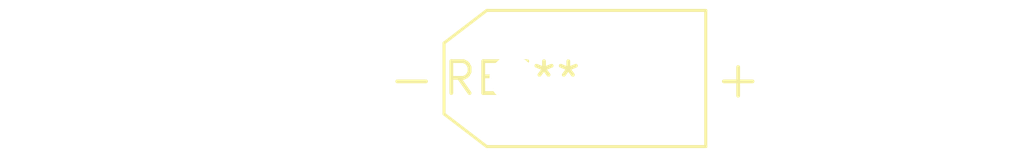
<source format=kicad_pcb>
(kicad_pcb (version 20240108) (generator pcbnew)
  (layers (0 "F.Cu" signal) (31 "B.Cu" signal) (34 "B.Paste" user) (35 "F.Paste" user) (36 "B.SilkS" user "B.Silkscreen") (37 "F.SilkS" user "F.Silkscreen") (38 "B.Mask" user) (39 "F.Mask" user) (44 "Edge.Cuts" user))
  (net 0 "")
  (footprint "AMASS_XT30UPB-F_1x02_P5.0mm_Vertical" (layer "F.Cu") (at 0 0)
    (property "Reference" "REF**")
    (property "Value" "AMASS_XT30UPB-F_1x02_P5.0mm_Vertical")
    (fp_line (start -2.71 -1.41) (end -2.71 1.41) (layer "F.SilkS") (stroke (width 0.12)))
    (fp_line (start -2.71 -1.41) (end -1.01 -2.71) (layer "F.SilkS") (stroke (width 0.12)))
    (fp_line (start -2.71 1.41) (end -1.01 2.71) (layer "F.SilkS") (stroke (width 0.12)))
    (fp_line (start -1.01 -2.71) (end 7.71 -2.71) (layer "F.SilkS") (stroke (width 0.12)))
    (fp_line (start -1.01 2.71) (end 7.71 2.71) (layer "F.SilkS") (stroke (width 0.12)))
    (fp_line (start 7.71 -2.71) (end 7.71 2.71) (layer "F.SilkS") (stroke (width 0.12)))
    (fp_text user "-" (at -4 0 0) (layer "F.SilkS") (effects (font (size 1.5 1.5))))
    (fp_text user "+" (at 9 0 0) (layer "F.SilkS") (effects (font (size 1.5 1.5))))
    (pad "1" thru_hole rect (at 0 0) (size 3 3) (drill 1.8) (layers *.Cu *.Mask) (remove_unused_layers))
    (pad "2" thru_hole circle (at 5 0) (size 3 3) (drill 1.8) (layers *.Cu *.Mask) (remove_unused_layers))
  )
)
</source>
